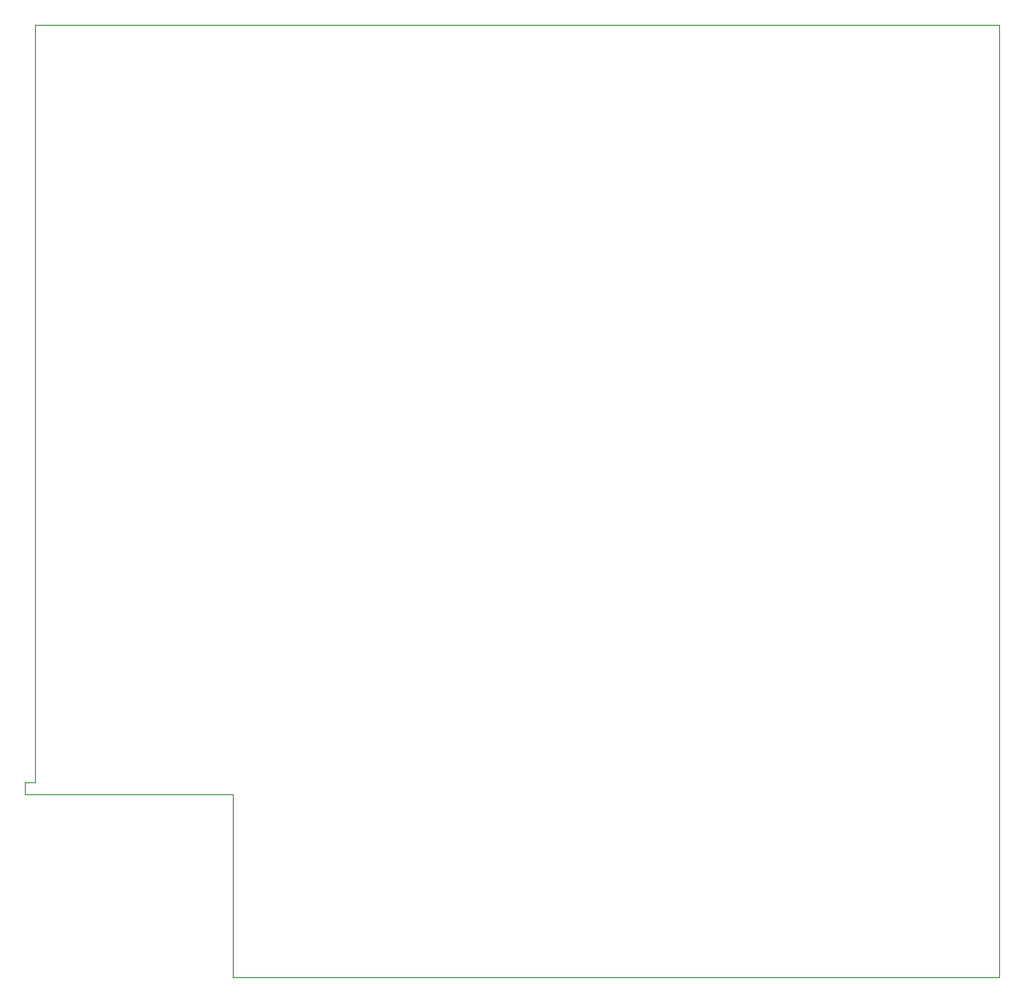
<source format=gbr>
%TF.GenerationSoftware,KiCad,Pcbnew,(6.0.2)*%
%TF.CreationDate,2022-04-15T06:18:49-06:00*%
%TF.ProjectId,XCVR_F4_SMD_V1,58435652-5f46-4345-9f53-4d445f56312e,rev?*%
%TF.SameCoordinates,Original*%
%TF.FileFunction,Profile,NP*%
%FSLAX46Y46*%
G04 Gerber Fmt 4.6, Leading zero omitted, Abs format (unit mm)*
G04 Created by KiCad (PCBNEW (6.0.2)) date 2022-04-15 06:18:49*
%MOMM*%
%LPD*%
G01*
G04 APERTURE LIST*
%TA.AperFunction,Profile*%
%ADD10C,0.100000*%
%TD*%
G04 APERTURE END LIST*
D10*
X104900000Y-63799720D02*
X193685160Y-63799720D01*
X193685160Y-151574500D02*
X193685160Y-63799720D01*
X123121420Y-151574500D02*
X140716000Y-151574500D01*
X104002840Y-133601460D02*
X104002840Y-134686040D01*
X193685160Y-151574500D02*
X140716000Y-151574500D01*
X123121420Y-134686040D02*
X123121420Y-151574500D01*
X104899460Y-133601460D02*
X104900000Y-63799720D01*
X104002840Y-134686040D02*
X123121420Y-134686040D01*
X104899460Y-133601460D02*
X104002840Y-133601460D01*
M02*

</source>
